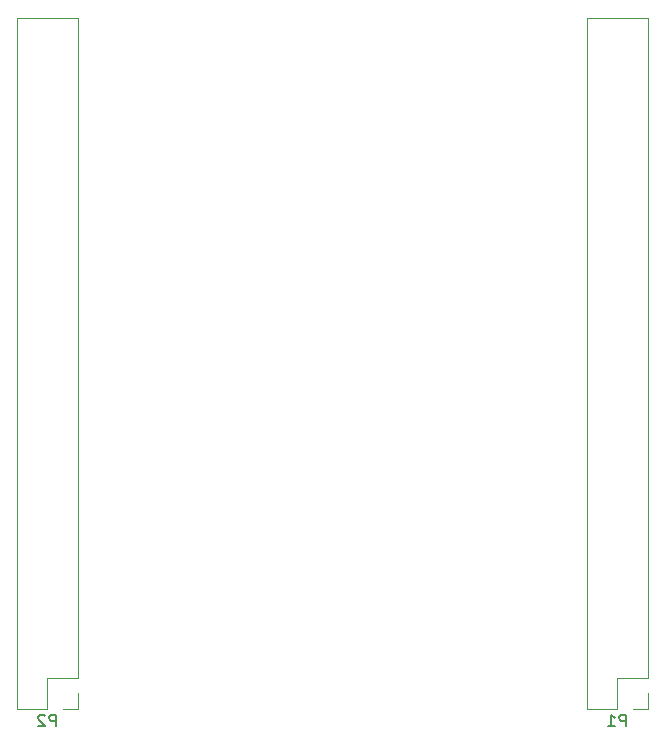
<source format=gbo>
G04 #@! TF.FileFunction,Legend,Bot*
%FSLAX46Y46*%
G04 Gerber Fmt 4.6, Leading zero omitted, Abs format (unit mm)*
G04 Created by KiCad (PCBNEW 4.0.7) date 10/02/17 10:04:21*
%MOMM*%
%LPD*%
G01*
G04 APERTURE LIST*
%ADD10C,0.100000*%
%ADD11C,0.120000*%
%ADD12C,0.150000*%
G04 APERTURE END LIST*
D10*
D11*
X134045000Y-125095000D02*
X134045000Y-69155000D01*
X134045000Y-69155000D02*
X128845000Y-69155000D01*
X128845000Y-69155000D02*
X128845000Y-127695000D01*
X128845000Y-127695000D02*
X131445000Y-127695000D01*
X131445000Y-127695000D02*
X131445000Y-125095000D01*
X131445000Y-125095000D02*
X134045000Y-125095000D01*
X134045000Y-126365000D02*
X134045000Y-127695000D01*
X134045000Y-127695000D02*
X132775000Y-127695000D01*
X85785000Y-125095000D02*
X85785000Y-69155000D01*
X85785000Y-69155000D02*
X80585000Y-69155000D01*
X80585000Y-69155000D02*
X80585000Y-127695000D01*
X80585000Y-127695000D02*
X83185000Y-127695000D01*
X83185000Y-127695000D02*
X83185000Y-125095000D01*
X83185000Y-125095000D02*
X85785000Y-125095000D01*
X85785000Y-126365000D02*
X85785000Y-127695000D01*
X85785000Y-127695000D02*
X84515000Y-127695000D01*
D12*
X132183095Y-129147381D02*
X132183095Y-128147381D01*
X131802142Y-128147381D01*
X131706904Y-128195000D01*
X131659285Y-128242619D01*
X131611666Y-128337857D01*
X131611666Y-128480714D01*
X131659285Y-128575952D01*
X131706904Y-128623571D01*
X131802142Y-128671190D01*
X132183095Y-128671190D01*
X130659285Y-129147381D02*
X131230714Y-129147381D01*
X130945000Y-129147381D02*
X130945000Y-128147381D01*
X131040238Y-128290238D01*
X131135476Y-128385476D01*
X131230714Y-128433095D01*
X83923095Y-129147381D02*
X83923095Y-128147381D01*
X83542142Y-128147381D01*
X83446904Y-128195000D01*
X83399285Y-128242619D01*
X83351666Y-128337857D01*
X83351666Y-128480714D01*
X83399285Y-128575952D01*
X83446904Y-128623571D01*
X83542142Y-128671190D01*
X83923095Y-128671190D01*
X82970714Y-128242619D02*
X82923095Y-128195000D01*
X82827857Y-128147381D01*
X82589761Y-128147381D01*
X82494523Y-128195000D01*
X82446904Y-128242619D01*
X82399285Y-128337857D01*
X82399285Y-128433095D01*
X82446904Y-128575952D01*
X83018333Y-129147381D01*
X82399285Y-129147381D01*
M02*

</source>
